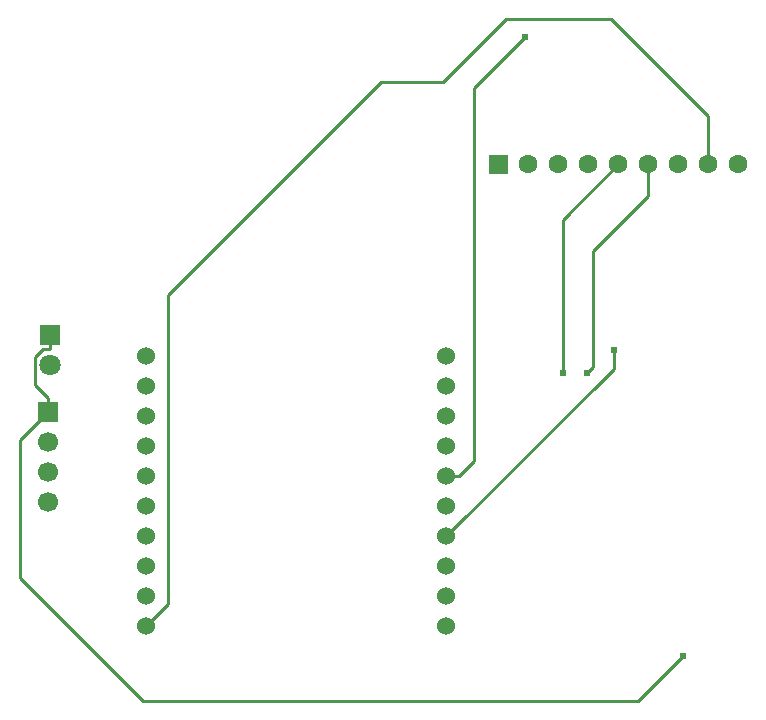
<source format=gbl>
G04 Layer: BottomLayer*
G04 EasyEDA v6.4.25, 2021-10-28T21:51:33--4:00*
G04 88f9fe5a47094e6790728aceff35a815,7db2125e4611476bb2993bf99425ef50,10*
G04 Gerber Generator version 0.2*
G04 Scale: 100 percent, Rotated: No, Reflected: No *
G04 Dimensions in inches *
G04 leading zeros omitted , absolute positions ,3 integer and 6 decimal *
%FSLAX36Y36*%
%MOIN*%

%ADD10C,0.0100*%
%ADD11C,0.0102*%
%ADD12C,0.0240*%
%ADD17C,0.0600*%
%ADD19C,0.0630*%
%ADD20R,0.0669X0.0669*%
%ADD21C,0.0669*%
%ADD22C,0.0709*%
%ADD23R,0.0709X0.0709*%

%LPD*%
D10*
X2020000Y-4065000D02*
G01*
X2020000Y-3555000D01*
X2205000Y-3370000D01*
X2305000Y-3370000D02*
G01*
X2305000Y-3475000D01*
X2120000Y-3660000D01*
X2120000Y-4045000D01*
X2100000Y-4065000D01*
X1631000Y-4610000D02*
G01*
X2190000Y-4050999D01*
X2190000Y-3990000D01*
X305000Y-4195000D02*
G01*
X210000Y-4290000D01*
X210000Y-4750000D01*
X620000Y-5160000D01*
X2270000Y-5160000D01*
X2420000Y-5010000D01*
X2505000Y-3370000D02*
G01*
X2505000Y-3210000D01*
X2180000Y-2885000D01*
X1830000Y-2885000D01*
X1620000Y-3095000D01*
X1415000Y-3095000D01*
X705000Y-3805000D01*
X705000Y-4835999D01*
X630999Y-4910000D01*
X1631000Y-4410000D02*
G01*
X1673167Y-4410000D01*
X1725000Y-4358166D01*
X1725000Y-3115000D01*
X1895000Y-2945000D01*
D11*
X310000Y-3986900D02*
G01*
X286500Y-3986900D01*
X261799Y-4011700D01*
X261799Y-4106799D01*
X305000Y-4150000D01*
X310000Y-3940000D02*
G01*
X310000Y-3986900D01*
X305000Y-4195000D02*
G01*
X305000Y-4150000D01*
D17*
G01*
X630999Y-4010000D03*
G01*
X630999Y-4110000D03*
G01*
X630999Y-4210000D03*
G01*
X630999Y-4310000D03*
G01*
X630999Y-4410000D03*
G01*
X630999Y-4510000D03*
G01*
X630999Y-4610000D03*
G01*
X630999Y-4710000D03*
G01*
X630999Y-4810000D03*
G01*
X630999Y-4910000D03*
G01*
X1631000Y-4910000D03*
G01*
X1631000Y-4810000D03*
G01*
X1631000Y-4710000D03*
G01*
X1631000Y-4610000D03*
G01*
X1631000Y-4510000D03*
G01*
X1631000Y-4410000D03*
G01*
X1631000Y-4310000D03*
G01*
X1631000Y-4210000D03*
G01*
X1631000Y-4110000D03*
G01*
X1631000Y-4010000D03*
G36*
X1773504Y-3338503D02*
G01*
X1836495Y-3338503D01*
X1836495Y-3401496D01*
X1773504Y-3401496D01*
G37*
D19*
G01*
X1905000Y-3370000D03*
G01*
X2005000Y-3370000D03*
G01*
X2105000Y-3370000D03*
G01*
X2205000Y-3370000D03*
G01*
X2305000Y-3370000D03*
G01*
X2405000Y-3370000D03*
G01*
X2505000Y-3370000D03*
G01*
X2605000Y-3370000D03*
D20*
G01*
X305000Y-4195000D03*
D21*
G01*
X305000Y-4295000D03*
G01*
X305000Y-4395000D03*
G01*
X305000Y-4495000D03*
D22*
G01*
X310000Y-4040000D03*
D23*
G01*
X310000Y-3940000D03*
D12*
G01*
X1895000Y-2945000D03*
G01*
X2420000Y-5010000D03*
G01*
X2020000Y-4065000D03*
G01*
X2100000Y-4065000D03*
G01*
X2190000Y-3990000D03*
M02*

</source>
